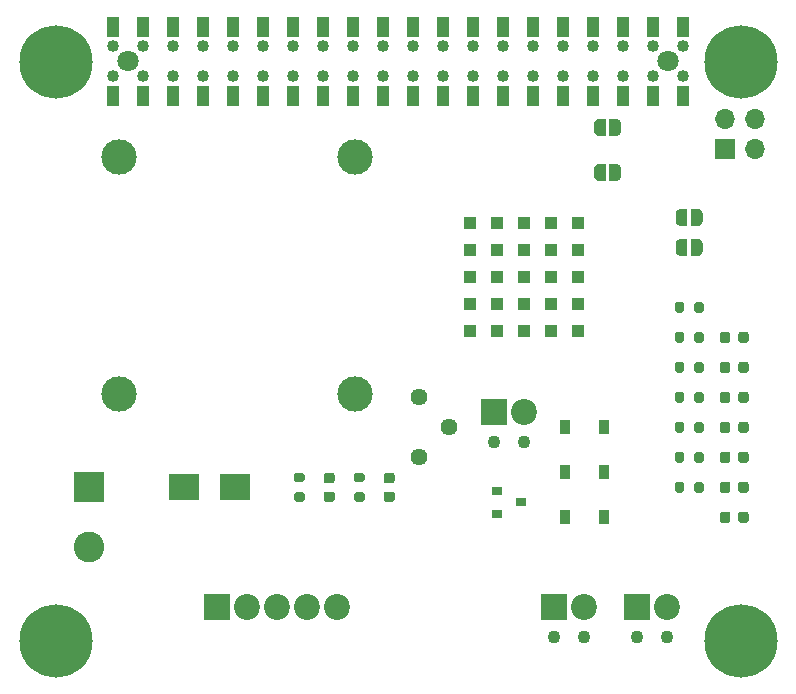
<source format=gbr>
G04 #@! TF.GenerationSoftware,KiCad,Pcbnew,(5.1.10-1-10_14)*
G04 #@! TF.CreationDate,2022-04-10T19:47:37-06:00*
G04 #@! TF.ProjectId,RPiG3iMac,52506947-3369-44d6-9163-2e6b69636164,1.2*
G04 #@! TF.SameCoordinates,Original*
G04 #@! TF.FileFunction,Soldermask,Top*
G04 #@! TF.FilePolarity,Negative*
%FSLAX46Y46*%
G04 Gerber Fmt 4.6, Leading zero omitted, Abs format (unit mm)*
G04 Created by KiCad (PCBNEW (5.1.10-1-10_14)) date 2022-04-10 19:47:37*
%MOMM*%
%LPD*%
G01*
G04 APERTURE LIST*
%ADD10R,2.200000X2.200000*%
%ADD11C,1.100000*%
%ADD12C,2.200000*%
%ADD13C,3.000000*%
%ADD14C,6.200000*%
%ADD15R,2.500000X2.300000*%
%ADD16R,0.900000X1.200000*%
%ADD17C,0.100000*%
%ADD18R,0.900000X0.800000*%
%ADD19R,1.060000X1.060000*%
%ADD20R,2.600000X2.600000*%
%ADD21C,2.600000*%
%ADD22C,1.800000*%
%ADD23C,1.020000*%
%ADD24R,1.020000X1.780000*%
%ADD25R,1.700000X1.700000*%
%ADD26O,1.700000X1.700000*%
%ADD27C,1.440000*%
G04 APERTURE END LIST*
D10*
X152400000Y-99060000D03*
D11*
X152400000Y-101600000D03*
D12*
X154940000Y-99060000D03*
D11*
X154940000Y-101600000D03*
D13*
X140650000Y-97470000D03*
X120650000Y-97470000D03*
X140650000Y-77470000D03*
X120650000Y-77470000D03*
D14*
X173260000Y-69405000D03*
X173260000Y-118405000D03*
X115260000Y-118405000D03*
X115260000Y-69405000D03*
D15*
X130420000Y-105410000D03*
X126120000Y-105410000D03*
G36*
G01*
X171495000Y-92966250D02*
X171495000Y-92453750D01*
G75*
G02*
X171713750Y-92235000I218750J0D01*
G01*
X172151250Y-92235000D01*
G75*
G02*
X172370000Y-92453750I0J-218750D01*
G01*
X172370000Y-92966250D01*
G75*
G02*
X172151250Y-93185000I-218750J0D01*
G01*
X171713750Y-93185000D01*
G75*
G02*
X171495000Y-92966250I0J218750D01*
G01*
G37*
G36*
G01*
X173070000Y-92966250D02*
X173070000Y-92453750D01*
G75*
G02*
X173288750Y-92235000I218750J0D01*
G01*
X173726250Y-92235000D01*
G75*
G02*
X173945000Y-92453750I0J-218750D01*
G01*
X173945000Y-92966250D01*
G75*
G02*
X173726250Y-93185000I-218750J0D01*
G01*
X173288750Y-93185000D01*
G75*
G02*
X173070000Y-92966250I0J218750D01*
G01*
G37*
G36*
G01*
X173070000Y-95506250D02*
X173070000Y-94993750D01*
G75*
G02*
X173288750Y-94775000I218750J0D01*
G01*
X173726250Y-94775000D01*
G75*
G02*
X173945000Y-94993750I0J-218750D01*
G01*
X173945000Y-95506250D01*
G75*
G02*
X173726250Y-95725000I-218750J0D01*
G01*
X173288750Y-95725000D01*
G75*
G02*
X173070000Y-95506250I0J218750D01*
G01*
G37*
G36*
G01*
X171495000Y-95506250D02*
X171495000Y-94993750D01*
G75*
G02*
X171713750Y-94775000I218750J0D01*
G01*
X172151250Y-94775000D01*
G75*
G02*
X172370000Y-94993750I0J-218750D01*
G01*
X172370000Y-95506250D01*
G75*
G02*
X172151250Y-95725000I-218750J0D01*
G01*
X171713750Y-95725000D01*
G75*
G02*
X171495000Y-95506250I0J218750D01*
G01*
G37*
G36*
G01*
X173070000Y-100586250D02*
X173070000Y-100073750D01*
G75*
G02*
X173288750Y-99855000I218750J0D01*
G01*
X173726250Y-99855000D01*
G75*
G02*
X173945000Y-100073750I0J-218750D01*
G01*
X173945000Y-100586250D01*
G75*
G02*
X173726250Y-100805000I-218750J0D01*
G01*
X173288750Y-100805000D01*
G75*
G02*
X173070000Y-100586250I0J218750D01*
G01*
G37*
G36*
G01*
X171495000Y-100586250D02*
X171495000Y-100073750D01*
G75*
G02*
X171713750Y-99855000I218750J0D01*
G01*
X172151250Y-99855000D01*
G75*
G02*
X172370000Y-100073750I0J-218750D01*
G01*
X172370000Y-100586250D01*
G75*
G02*
X172151250Y-100805000I-218750J0D01*
G01*
X171713750Y-100805000D01*
G75*
G02*
X171495000Y-100586250I0J218750D01*
G01*
G37*
D16*
X158370000Y-104140000D03*
X161670000Y-104140000D03*
X161670000Y-100330000D03*
X158370000Y-100330000D03*
X158370000Y-107950000D03*
X161670000Y-107950000D03*
G36*
G01*
X171495000Y-98046250D02*
X171495000Y-97533750D01*
G75*
G02*
X171713750Y-97315000I218750J0D01*
G01*
X172151250Y-97315000D01*
G75*
G02*
X172370000Y-97533750I0J-218750D01*
G01*
X172370000Y-98046250D01*
G75*
G02*
X172151250Y-98265000I-218750J0D01*
G01*
X171713750Y-98265000D01*
G75*
G02*
X171495000Y-98046250I0J218750D01*
G01*
G37*
G36*
G01*
X173070000Y-98046250D02*
X173070000Y-97533750D01*
G75*
G02*
X173288750Y-97315000I218750J0D01*
G01*
X173726250Y-97315000D01*
G75*
G02*
X173945000Y-97533750I0J-218750D01*
G01*
X173945000Y-98046250D01*
G75*
G02*
X173726250Y-98265000I-218750J0D01*
G01*
X173288750Y-98265000D01*
G75*
G02*
X173070000Y-98046250I0J218750D01*
G01*
G37*
D17*
G36*
X162150000Y-74180000D02*
G01*
X162650000Y-74180000D01*
X162650000Y-74180602D01*
X162674534Y-74180602D01*
X162723365Y-74185412D01*
X162771490Y-74194984D01*
X162818445Y-74209228D01*
X162863778Y-74228005D01*
X162907051Y-74251136D01*
X162947850Y-74278396D01*
X162985779Y-74309524D01*
X163020476Y-74344221D01*
X163051604Y-74382150D01*
X163078864Y-74422949D01*
X163101995Y-74466222D01*
X163120772Y-74511555D01*
X163135016Y-74558510D01*
X163144588Y-74606635D01*
X163149398Y-74655466D01*
X163149398Y-74680000D01*
X163150000Y-74680000D01*
X163150000Y-75180000D01*
X163149398Y-75180000D01*
X163149398Y-75204534D01*
X163144588Y-75253365D01*
X163135016Y-75301490D01*
X163120772Y-75348445D01*
X163101995Y-75393778D01*
X163078864Y-75437051D01*
X163051604Y-75477850D01*
X163020476Y-75515779D01*
X162985779Y-75550476D01*
X162947850Y-75581604D01*
X162907051Y-75608864D01*
X162863778Y-75631995D01*
X162818445Y-75650772D01*
X162771490Y-75665016D01*
X162723365Y-75674588D01*
X162674534Y-75679398D01*
X162650000Y-75679398D01*
X162650000Y-75680000D01*
X162150000Y-75680000D01*
X162150000Y-74180000D01*
G37*
G36*
X161350000Y-75679398D02*
G01*
X161325466Y-75679398D01*
X161276635Y-75674588D01*
X161228510Y-75665016D01*
X161181555Y-75650772D01*
X161136222Y-75631995D01*
X161092949Y-75608864D01*
X161052150Y-75581604D01*
X161014221Y-75550476D01*
X160979524Y-75515779D01*
X160948396Y-75477850D01*
X160921136Y-75437051D01*
X160898005Y-75393778D01*
X160879228Y-75348445D01*
X160864984Y-75301490D01*
X160855412Y-75253365D01*
X160850602Y-75204534D01*
X160850602Y-75180000D01*
X160850000Y-75180000D01*
X160850000Y-74680000D01*
X160850602Y-74680000D01*
X160850602Y-74655466D01*
X160855412Y-74606635D01*
X160864984Y-74558510D01*
X160879228Y-74511555D01*
X160898005Y-74466222D01*
X160921136Y-74422949D01*
X160948396Y-74382150D01*
X160979524Y-74344221D01*
X161014221Y-74309524D01*
X161052150Y-74278396D01*
X161092949Y-74251136D01*
X161136222Y-74228005D01*
X161181555Y-74209228D01*
X161228510Y-74194984D01*
X161276635Y-74185412D01*
X161325466Y-74180602D01*
X161350000Y-74180602D01*
X161350000Y-74180000D01*
X161850000Y-74180000D01*
X161850000Y-75680000D01*
X161350000Y-75680000D01*
X161350000Y-75679398D01*
G37*
G36*
X161350000Y-79489398D02*
G01*
X161325466Y-79489398D01*
X161276635Y-79484588D01*
X161228510Y-79475016D01*
X161181555Y-79460772D01*
X161136222Y-79441995D01*
X161092949Y-79418864D01*
X161052150Y-79391604D01*
X161014221Y-79360476D01*
X160979524Y-79325779D01*
X160948396Y-79287850D01*
X160921136Y-79247051D01*
X160898005Y-79203778D01*
X160879228Y-79158445D01*
X160864984Y-79111490D01*
X160855412Y-79063365D01*
X160850602Y-79014534D01*
X160850602Y-78990000D01*
X160850000Y-78990000D01*
X160850000Y-78490000D01*
X160850602Y-78490000D01*
X160850602Y-78465466D01*
X160855412Y-78416635D01*
X160864984Y-78368510D01*
X160879228Y-78321555D01*
X160898005Y-78276222D01*
X160921136Y-78232949D01*
X160948396Y-78192150D01*
X160979524Y-78154221D01*
X161014221Y-78119524D01*
X161052150Y-78088396D01*
X161092949Y-78061136D01*
X161136222Y-78038005D01*
X161181555Y-78019228D01*
X161228510Y-78004984D01*
X161276635Y-77995412D01*
X161325466Y-77990602D01*
X161350000Y-77990602D01*
X161350000Y-77990000D01*
X161850000Y-77990000D01*
X161850000Y-79490000D01*
X161350000Y-79490000D01*
X161350000Y-79489398D01*
G37*
G36*
X162150000Y-77990000D02*
G01*
X162650000Y-77990000D01*
X162650000Y-77990602D01*
X162674534Y-77990602D01*
X162723365Y-77995412D01*
X162771490Y-78004984D01*
X162818445Y-78019228D01*
X162863778Y-78038005D01*
X162907051Y-78061136D01*
X162947850Y-78088396D01*
X162985779Y-78119524D01*
X163020476Y-78154221D01*
X163051604Y-78192150D01*
X163078864Y-78232949D01*
X163101995Y-78276222D01*
X163120772Y-78321555D01*
X163135016Y-78368510D01*
X163144588Y-78416635D01*
X163149398Y-78465466D01*
X163149398Y-78490000D01*
X163150000Y-78490000D01*
X163150000Y-78990000D01*
X163149398Y-78990000D01*
X163149398Y-79014534D01*
X163144588Y-79063365D01*
X163135016Y-79111490D01*
X163120772Y-79158445D01*
X163101995Y-79203778D01*
X163078864Y-79247051D01*
X163051604Y-79287850D01*
X163020476Y-79325779D01*
X162985779Y-79360476D01*
X162947850Y-79391604D01*
X162907051Y-79418864D01*
X162863778Y-79441995D01*
X162818445Y-79460772D01*
X162771490Y-79475016D01*
X162723365Y-79484588D01*
X162674534Y-79489398D01*
X162650000Y-79489398D01*
X162650000Y-79490000D01*
X162150000Y-79490000D01*
X162150000Y-77990000D01*
G37*
G36*
X169560000Y-81800602D02*
G01*
X169584534Y-81800602D01*
X169633365Y-81805412D01*
X169681490Y-81814984D01*
X169728445Y-81829228D01*
X169773778Y-81848005D01*
X169817051Y-81871136D01*
X169857850Y-81898396D01*
X169895779Y-81929524D01*
X169930476Y-81964221D01*
X169961604Y-82002150D01*
X169988864Y-82042949D01*
X170011995Y-82086222D01*
X170030772Y-82131555D01*
X170045016Y-82178510D01*
X170054588Y-82226635D01*
X170059398Y-82275466D01*
X170059398Y-82300000D01*
X170060000Y-82300000D01*
X170060000Y-82800000D01*
X170059398Y-82800000D01*
X170059398Y-82824534D01*
X170054588Y-82873365D01*
X170045016Y-82921490D01*
X170030772Y-82968445D01*
X170011995Y-83013778D01*
X169988864Y-83057051D01*
X169961604Y-83097850D01*
X169930476Y-83135779D01*
X169895779Y-83170476D01*
X169857850Y-83201604D01*
X169817051Y-83228864D01*
X169773778Y-83251995D01*
X169728445Y-83270772D01*
X169681490Y-83285016D01*
X169633365Y-83294588D01*
X169584534Y-83299398D01*
X169560000Y-83299398D01*
X169560000Y-83300000D01*
X169060000Y-83300000D01*
X169060000Y-81800000D01*
X169560000Y-81800000D01*
X169560000Y-81800602D01*
G37*
G36*
X168760000Y-83300000D02*
G01*
X168260000Y-83300000D01*
X168260000Y-83299398D01*
X168235466Y-83299398D01*
X168186635Y-83294588D01*
X168138510Y-83285016D01*
X168091555Y-83270772D01*
X168046222Y-83251995D01*
X168002949Y-83228864D01*
X167962150Y-83201604D01*
X167924221Y-83170476D01*
X167889524Y-83135779D01*
X167858396Y-83097850D01*
X167831136Y-83057051D01*
X167808005Y-83013778D01*
X167789228Y-82968445D01*
X167774984Y-82921490D01*
X167765412Y-82873365D01*
X167760602Y-82824534D01*
X167760602Y-82800000D01*
X167760000Y-82800000D01*
X167760000Y-82300000D01*
X167760602Y-82300000D01*
X167760602Y-82275466D01*
X167765412Y-82226635D01*
X167774984Y-82178510D01*
X167789228Y-82131555D01*
X167808005Y-82086222D01*
X167831136Y-82042949D01*
X167858396Y-82002150D01*
X167889524Y-81964221D01*
X167924221Y-81929524D01*
X167962150Y-81898396D01*
X168002949Y-81871136D01*
X168046222Y-81848005D01*
X168091555Y-81829228D01*
X168138510Y-81814984D01*
X168186635Y-81805412D01*
X168235466Y-81800602D01*
X168260000Y-81800602D01*
X168260000Y-81800000D01*
X168760000Y-81800000D01*
X168760000Y-83300000D01*
G37*
G36*
X168760000Y-85840000D02*
G01*
X168260000Y-85840000D01*
X168260000Y-85839398D01*
X168235466Y-85839398D01*
X168186635Y-85834588D01*
X168138510Y-85825016D01*
X168091555Y-85810772D01*
X168046222Y-85791995D01*
X168002949Y-85768864D01*
X167962150Y-85741604D01*
X167924221Y-85710476D01*
X167889524Y-85675779D01*
X167858396Y-85637850D01*
X167831136Y-85597051D01*
X167808005Y-85553778D01*
X167789228Y-85508445D01*
X167774984Y-85461490D01*
X167765412Y-85413365D01*
X167760602Y-85364534D01*
X167760602Y-85340000D01*
X167760000Y-85340000D01*
X167760000Y-84840000D01*
X167760602Y-84840000D01*
X167760602Y-84815466D01*
X167765412Y-84766635D01*
X167774984Y-84718510D01*
X167789228Y-84671555D01*
X167808005Y-84626222D01*
X167831136Y-84582949D01*
X167858396Y-84542150D01*
X167889524Y-84504221D01*
X167924221Y-84469524D01*
X167962150Y-84438396D01*
X168002949Y-84411136D01*
X168046222Y-84388005D01*
X168091555Y-84369228D01*
X168138510Y-84354984D01*
X168186635Y-84345412D01*
X168235466Y-84340602D01*
X168260000Y-84340602D01*
X168260000Y-84340000D01*
X168760000Y-84340000D01*
X168760000Y-85840000D01*
G37*
G36*
X169560000Y-84340602D02*
G01*
X169584534Y-84340602D01*
X169633365Y-84345412D01*
X169681490Y-84354984D01*
X169728445Y-84369228D01*
X169773778Y-84388005D01*
X169817051Y-84411136D01*
X169857850Y-84438396D01*
X169895779Y-84469524D01*
X169930476Y-84504221D01*
X169961604Y-84542150D01*
X169988864Y-84582949D01*
X170011995Y-84626222D01*
X170030772Y-84671555D01*
X170045016Y-84718510D01*
X170054588Y-84766635D01*
X170059398Y-84815466D01*
X170059398Y-84840000D01*
X170060000Y-84840000D01*
X170060000Y-85340000D01*
X170059398Y-85340000D01*
X170059398Y-85364534D01*
X170054588Y-85413365D01*
X170045016Y-85461490D01*
X170030772Y-85508445D01*
X170011995Y-85553778D01*
X169988864Y-85597051D01*
X169961604Y-85637850D01*
X169930476Y-85675779D01*
X169895779Y-85710476D01*
X169857850Y-85741604D01*
X169817051Y-85768864D01*
X169773778Y-85791995D01*
X169728445Y-85810772D01*
X169681490Y-85825016D01*
X169633365Y-85834588D01*
X169584534Y-85839398D01*
X169560000Y-85839398D01*
X169560000Y-85840000D01*
X169060000Y-85840000D01*
X169060000Y-84340000D01*
X169560000Y-84340000D01*
X169560000Y-84340602D01*
G37*
D18*
X152670000Y-105730000D03*
X152670000Y-107630000D03*
X154670000Y-106680000D03*
D19*
X159520000Y-92210000D03*
X159520000Y-89920000D03*
X159520000Y-87630000D03*
X159520000Y-85340000D03*
X159520000Y-83050000D03*
X157230000Y-92210000D03*
X157230000Y-89920000D03*
X157230000Y-87630000D03*
X157230000Y-85340000D03*
X157230000Y-83050000D03*
X154940000Y-92210000D03*
X154940000Y-89920000D03*
X154940000Y-87630000D03*
X154940000Y-85340000D03*
X154940000Y-83050000D03*
X152650000Y-92210000D03*
X152650000Y-89920000D03*
X152650000Y-87630000D03*
X152650000Y-85340000D03*
X152650000Y-83050000D03*
X150360000Y-92210000D03*
X150360000Y-89920000D03*
X150360000Y-87630000D03*
X150360000Y-85340000D03*
X150360000Y-83050000D03*
D20*
X118110000Y-105410000D03*
D21*
X118110000Y-110490000D03*
G36*
G01*
X171495000Y-103120000D02*
X171495000Y-102620000D01*
G75*
G02*
X171720000Y-102395000I225000J0D01*
G01*
X172170000Y-102395000D01*
G75*
G02*
X172395000Y-102620000I0J-225000D01*
G01*
X172395000Y-103120000D01*
G75*
G02*
X172170000Y-103345000I-225000J0D01*
G01*
X171720000Y-103345000D01*
G75*
G02*
X171495000Y-103120000I0J225000D01*
G01*
G37*
G36*
G01*
X173045000Y-103120000D02*
X173045000Y-102620000D01*
G75*
G02*
X173270000Y-102395000I225000J0D01*
G01*
X173720000Y-102395000D01*
G75*
G02*
X173945000Y-102620000I0J-225000D01*
G01*
X173945000Y-103120000D01*
G75*
G02*
X173720000Y-103345000I-225000J0D01*
G01*
X173270000Y-103345000D01*
G75*
G02*
X173045000Y-103120000I0J225000D01*
G01*
G37*
G36*
G01*
X173045000Y-105660000D02*
X173045000Y-105160000D01*
G75*
G02*
X173270000Y-104935000I225000J0D01*
G01*
X173720000Y-104935000D01*
G75*
G02*
X173945000Y-105160000I0J-225000D01*
G01*
X173945000Y-105660000D01*
G75*
G02*
X173720000Y-105885000I-225000J0D01*
G01*
X173270000Y-105885000D01*
G75*
G02*
X173045000Y-105660000I0J225000D01*
G01*
G37*
G36*
G01*
X171495000Y-105660000D02*
X171495000Y-105160000D01*
G75*
G02*
X171720000Y-104935000I225000J0D01*
G01*
X172170000Y-104935000D01*
G75*
G02*
X172395000Y-105160000I0J-225000D01*
G01*
X172395000Y-105660000D01*
G75*
G02*
X172170000Y-105885000I-225000J0D01*
G01*
X171720000Y-105885000D01*
G75*
G02*
X171495000Y-105660000I0J225000D01*
G01*
G37*
G36*
G01*
X171495000Y-108200000D02*
X171495000Y-107700000D01*
G75*
G02*
X171720000Y-107475000I225000J0D01*
G01*
X172170000Y-107475000D01*
G75*
G02*
X172395000Y-107700000I0J-225000D01*
G01*
X172395000Y-108200000D01*
G75*
G02*
X172170000Y-108425000I-225000J0D01*
G01*
X171720000Y-108425000D01*
G75*
G02*
X171495000Y-108200000I0J225000D01*
G01*
G37*
G36*
G01*
X173045000Y-108200000D02*
X173045000Y-107700000D01*
G75*
G02*
X173270000Y-107475000I225000J0D01*
G01*
X173720000Y-107475000D01*
G75*
G02*
X173945000Y-107700000I0J-225000D01*
G01*
X173945000Y-108200000D01*
G75*
G02*
X173720000Y-108425000I-225000J0D01*
G01*
X173270000Y-108425000D01*
G75*
G02*
X173045000Y-108200000I0J225000D01*
G01*
G37*
G36*
G01*
X169335000Y-105685000D02*
X169335000Y-105135000D01*
G75*
G02*
X169535000Y-104935000I200000J0D01*
G01*
X169935000Y-104935000D01*
G75*
G02*
X170135000Y-105135000I0J-200000D01*
G01*
X170135000Y-105685000D01*
G75*
G02*
X169935000Y-105885000I-200000J0D01*
G01*
X169535000Y-105885000D01*
G75*
G02*
X169335000Y-105685000I0J200000D01*
G01*
G37*
G36*
G01*
X167685000Y-105685000D02*
X167685000Y-105135000D01*
G75*
G02*
X167885000Y-104935000I200000J0D01*
G01*
X168285000Y-104935000D01*
G75*
G02*
X168485000Y-105135000I0J-200000D01*
G01*
X168485000Y-105685000D01*
G75*
G02*
X168285000Y-105885000I-200000J0D01*
G01*
X167885000Y-105885000D01*
G75*
G02*
X167685000Y-105685000I0J200000D01*
G01*
G37*
G36*
G01*
X170135000Y-89895000D02*
X170135000Y-90445000D01*
G75*
G02*
X169935000Y-90645000I-200000J0D01*
G01*
X169535000Y-90645000D01*
G75*
G02*
X169335000Y-90445000I0J200000D01*
G01*
X169335000Y-89895000D01*
G75*
G02*
X169535000Y-89695000I200000J0D01*
G01*
X169935000Y-89695000D01*
G75*
G02*
X170135000Y-89895000I0J-200000D01*
G01*
G37*
G36*
G01*
X168485000Y-89895000D02*
X168485000Y-90445000D01*
G75*
G02*
X168285000Y-90645000I-200000J0D01*
G01*
X167885000Y-90645000D01*
G75*
G02*
X167685000Y-90445000I0J200000D01*
G01*
X167685000Y-89895000D01*
G75*
G02*
X167885000Y-89695000I200000J0D01*
G01*
X168285000Y-89695000D01*
G75*
G02*
X168485000Y-89895000I0J-200000D01*
G01*
G37*
G36*
G01*
X170135000Y-92435000D02*
X170135000Y-92985000D01*
G75*
G02*
X169935000Y-93185000I-200000J0D01*
G01*
X169535000Y-93185000D01*
G75*
G02*
X169335000Y-92985000I0J200000D01*
G01*
X169335000Y-92435000D01*
G75*
G02*
X169535000Y-92235000I200000J0D01*
G01*
X169935000Y-92235000D01*
G75*
G02*
X170135000Y-92435000I0J-200000D01*
G01*
G37*
G36*
G01*
X168485000Y-92435000D02*
X168485000Y-92985000D01*
G75*
G02*
X168285000Y-93185000I-200000J0D01*
G01*
X167885000Y-93185000D01*
G75*
G02*
X167685000Y-92985000I0J200000D01*
G01*
X167685000Y-92435000D01*
G75*
G02*
X167885000Y-92235000I200000J0D01*
G01*
X168285000Y-92235000D01*
G75*
G02*
X168485000Y-92435000I0J-200000D01*
G01*
G37*
G36*
G01*
X168485000Y-94975000D02*
X168485000Y-95525000D01*
G75*
G02*
X168285000Y-95725000I-200000J0D01*
G01*
X167885000Y-95725000D01*
G75*
G02*
X167685000Y-95525000I0J200000D01*
G01*
X167685000Y-94975000D01*
G75*
G02*
X167885000Y-94775000I200000J0D01*
G01*
X168285000Y-94775000D01*
G75*
G02*
X168485000Y-94975000I0J-200000D01*
G01*
G37*
G36*
G01*
X170135000Y-94975000D02*
X170135000Y-95525000D01*
G75*
G02*
X169935000Y-95725000I-200000J0D01*
G01*
X169535000Y-95725000D01*
G75*
G02*
X169335000Y-95525000I0J200000D01*
G01*
X169335000Y-94975000D01*
G75*
G02*
X169535000Y-94775000I200000J0D01*
G01*
X169935000Y-94775000D01*
G75*
G02*
X170135000Y-94975000I0J-200000D01*
G01*
G37*
G36*
G01*
X168485000Y-100055000D02*
X168485000Y-100605000D01*
G75*
G02*
X168285000Y-100805000I-200000J0D01*
G01*
X167885000Y-100805000D01*
G75*
G02*
X167685000Y-100605000I0J200000D01*
G01*
X167685000Y-100055000D01*
G75*
G02*
X167885000Y-99855000I200000J0D01*
G01*
X168285000Y-99855000D01*
G75*
G02*
X168485000Y-100055000I0J-200000D01*
G01*
G37*
G36*
G01*
X170135000Y-100055000D02*
X170135000Y-100605000D01*
G75*
G02*
X169935000Y-100805000I-200000J0D01*
G01*
X169535000Y-100805000D01*
G75*
G02*
X169335000Y-100605000I0J200000D01*
G01*
X169335000Y-100055000D01*
G75*
G02*
X169535000Y-99855000I200000J0D01*
G01*
X169935000Y-99855000D01*
G75*
G02*
X170135000Y-100055000I0J-200000D01*
G01*
G37*
G36*
G01*
X167685000Y-103145000D02*
X167685000Y-102595000D01*
G75*
G02*
X167885000Y-102395000I200000J0D01*
G01*
X168285000Y-102395000D01*
G75*
G02*
X168485000Y-102595000I0J-200000D01*
G01*
X168485000Y-103145000D01*
G75*
G02*
X168285000Y-103345000I-200000J0D01*
G01*
X167885000Y-103345000D01*
G75*
G02*
X167685000Y-103145000I0J200000D01*
G01*
G37*
G36*
G01*
X169335000Y-103145000D02*
X169335000Y-102595000D01*
G75*
G02*
X169535000Y-102395000I200000J0D01*
G01*
X169935000Y-102395000D01*
G75*
G02*
X170135000Y-102595000I0J-200000D01*
G01*
X170135000Y-103145000D01*
G75*
G02*
X169935000Y-103345000I-200000J0D01*
G01*
X169535000Y-103345000D01*
G75*
G02*
X169335000Y-103145000I0J200000D01*
G01*
G37*
G36*
G01*
X170135000Y-97515000D02*
X170135000Y-98065000D01*
G75*
G02*
X169935000Y-98265000I-200000J0D01*
G01*
X169535000Y-98265000D01*
G75*
G02*
X169335000Y-98065000I0J200000D01*
G01*
X169335000Y-97515000D01*
G75*
G02*
X169535000Y-97315000I200000J0D01*
G01*
X169935000Y-97315000D01*
G75*
G02*
X170135000Y-97515000I0J-200000D01*
G01*
G37*
G36*
G01*
X168485000Y-97515000D02*
X168485000Y-98065000D01*
G75*
G02*
X168285000Y-98265000I-200000J0D01*
G01*
X167885000Y-98265000D01*
G75*
G02*
X167685000Y-98065000I0J200000D01*
G01*
X167685000Y-97515000D01*
G75*
G02*
X167885000Y-97315000I200000J0D01*
G01*
X168285000Y-97315000D01*
G75*
G02*
X168485000Y-97515000I0J-200000D01*
G01*
G37*
D22*
X121415000Y-69350000D03*
X167135000Y-69350000D03*
D23*
X120145000Y-70620000D03*
X122685000Y-70620000D03*
X125225000Y-70620000D03*
X127765000Y-70620000D03*
X130305000Y-70620000D03*
X132845000Y-70620000D03*
X135385000Y-70620000D03*
X137925000Y-70620000D03*
X140465000Y-70620000D03*
X143005000Y-70620000D03*
X145545000Y-70620000D03*
X148085000Y-70620000D03*
X150625000Y-70620000D03*
X153165000Y-70620000D03*
X155705000Y-70620000D03*
X158245000Y-70620000D03*
X160785000Y-70620000D03*
X163325000Y-70620000D03*
X165865000Y-70620000D03*
X168405000Y-70620000D03*
X120145000Y-68080000D03*
X122685000Y-68080000D03*
X125225000Y-68080000D03*
X127765000Y-68080000D03*
X130305000Y-68080000D03*
X132845000Y-68080000D03*
X135385000Y-68080000D03*
X137925000Y-68080000D03*
X140465000Y-68080000D03*
X143005000Y-68080000D03*
X145545000Y-68080000D03*
X148085000Y-68080000D03*
X150625000Y-68080000D03*
X153165000Y-68080000D03*
X155705000Y-68080000D03*
X158245000Y-68080000D03*
X160785000Y-68080000D03*
X163325000Y-68080000D03*
X165865000Y-68080000D03*
X168405000Y-68080000D03*
D24*
X120145000Y-72260000D03*
X122685000Y-72260000D03*
X125225000Y-72260000D03*
X127765000Y-72260000D03*
X130305000Y-72260000D03*
X132845000Y-72260000D03*
X135385000Y-72260000D03*
X137925000Y-72260000D03*
X140465000Y-72260000D03*
X143005000Y-72260000D03*
X145545000Y-72260000D03*
X148085000Y-72260000D03*
X150625000Y-72260000D03*
X153165000Y-72260000D03*
X155705000Y-72260000D03*
X158245000Y-72260000D03*
X160785000Y-72260000D03*
X163325000Y-72260000D03*
X165865000Y-72260000D03*
X168405000Y-72260000D03*
X120145000Y-66440000D03*
X122685000Y-66440000D03*
X125225000Y-66440000D03*
X127765000Y-66440000D03*
X130305000Y-66440000D03*
X132845000Y-66440000D03*
X135385000Y-66440000D03*
X137925000Y-66440000D03*
X140465000Y-66440000D03*
X143005000Y-66440000D03*
X145545000Y-66440000D03*
X148085000Y-66440000D03*
X150625000Y-66440000D03*
X153165000Y-66440000D03*
X155705000Y-66440000D03*
X158245000Y-66440000D03*
X160785000Y-66440000D03*
X163325000Y-66440000D03*
X165865000Y-66440000D03*
X168405000Y-66440000D03*
D25*
X171980000Y-76790000D03*
D26*
X171980000Y-74250000D03*
X174520000Y-76790000D03*
X174520000Y-74250000D03*
D27*
X146050000Y-97790000D03*
X148590000Y-100330000D03*
X146050000Y-102870000D03*
G36*
G01*
X138173750Y-104185000D02*
X138686250Y-104185000D01*
G75*
G02*
X138905000Y-104403750I0J-218750D01*
G01*
X138905000Y-104841250D01*
G75*
G02*
X138686250Y-105060000I-218750J0D01*
G01*
X138173750Y-105060000D01*
G75*
G02*
X137955000Y-104841250I0J218750D01*
G01*
X137955000Y-104403750D01*
G75*
G02*
X138173750Y-104185000I218750J0D01*
G01*
G37*
G36*
G01*
X138173750Y-105760000D02*
X138686250Y-105760000D01*
G75*
G02*
X138905000Y-105978750I0J-218750D01*
G01*
X138905000Y-106416250D01*
G75*
G02*
X138686250Y-106635000I-218750J0D01*
G01*
X138173750Y-106635000D01*
G75*
G02*
X137955000Y-106416250I0J218750D01*
G01*
X137955000Y-105978750D01*
G75*
G02*
X138173750Y-105760000I218750J0D01*
G01*
G37*
G36*
G01*
X143253750Y-105760000D02*
X143766250Y-105760000D01*
G75*
G02*
X143985000Y-105978750I0J-218750D01*
G01*
X143985000Y-106416250D01*
G75*
G02*
X143766250Y-106635000I-218750J0D01*
G01*
X143253750Y-106635000D01*
G75*
G02*
X143035000Y-106416250I0J218750D01*
G01*
X143035000Y-105978750D01*
G75*
G02*
X143253750Y-105760000I218750J0D01*
G01*
G37*
G36*
G01*
X143253750Y-104185000D02*
X143766250Y-104185000D01*
G75*
G02*
X143985000Y-104403750I0J-218750D01*
G01*
X143985000Y-104841250D01*
G75*
G02*
X143766250Y-105060000I-218750J0D01*
G01*
X143253750Y-105060000D01*
G75*
G02*
X143035000Y-104841250I0J218750D01*
G01*
X143035000Y-104403750D01*
G75*
G02*
X143253750Y-104185000I218750J0D01*
G01*
G37*
G36*
G01*
X135615000Y-104185000D02*
X136165000Y-104185000D01*
G75*
G02*
X136365000Y-104385000I0J-200000D01*
G01*
X136365000Y-104785000D01*
G75*
G02*
X136165000Y-104985000I-200000J0D01*
G01*
X135615000Y-104985000D01*
G75*
G02*
X135415000Y-104785000I0J200000D01*
G01*
X135415000Y-104385000D01*
G75*
G02*
X135615000Y-104185000I200000J0D01*
G01*
G37*
G36*
G01*
X135615000Y-105835000D02*
X136165000Y-105835000D01*
G75*
G02*
X136365000Y-106035000I0J-200000D01*
G01*
X136365000Y-106435000D01*
G75*
G02*
X136165000Y-106635000I-200000J0D01*
G01*
X135615000Y-106635000D01*
G75*
G02*
X135415000Y-106435000I0J200000D01*
G01*
X135415000Y-106035000D01*
G75*
G02*
X135615000Y-105835000I200000J0D01*
G01*
G37*
G36*
G01*
X140695000Y-105835000D02*
X141245000Y-105835000D01*
G75*
G02*
X141445000Y-106035000I0J-200000D01*
G01*
X141445000Y-106435000D01*
G75*
G02*
X141245000Y-106635000I-200000J0D01*
G01*
X140695000Y-106635000D01*
G75*
G02*
X140495000Y-106435000I0J200000D01*
G01*
X140495000Y-106035000D01*
G75*
G02*
X140695000Y-105835000I200000J0D01*
G01*
G37*
G36*
G01*
X140695000Y-104185000D02*
X141245000Y-104185000D01*
G75*
G02*
X141445000Y-104385000I0J-200000D01*
G01*
X141445000Y-104785000D01*
G75*
G02*
X141245000Y-104985000I-200000J0D01*
G01*
X140695000Y-104985000D01*
G75*
G02*
X140495000Y-104785000I0J200000D01*
G01*
X140495000Y-104385000D01*
G75*
G02*
X140695000Y-104185000I200000J0D01*
G01*
G37*
D10*
X128905000Y-115570000D03*
D12*
X131445000Y-115570000D03*
X133985000Y-115570000D03*
X136525000Y-115570000D03*
X139065000Y-115570000D03*
D10*
X157480000Y-115570000D03*
D11*
X157480000Y-118110000D03*
D12*
X160020000Y-115570000D03*
D11*
X160020000Y-118110000D03*
X167005000Y-118110000D03*
D12*
X167005000Y-115570000D03*
D11*
X164465000Y-118110000D03*
D10*
X164465000Y-115570000D03*
M02*

</source>
